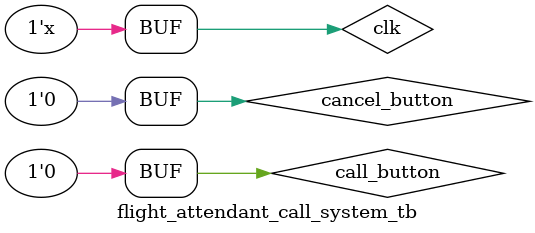
<source format=v>
`timescale 1ns / 1ps
module flight_attendant_call_system_tb;

reg clk;
reg call_button;
reg cancel_button;

wire light_state;

flight_attendant_call_system u1 (
//flight_attendant_call_system_dataflow u1 (
    .clk(clk),
    .call_button(call_button),
    .cancel_button(cancel_button),
    .light_state(light_state)
);

    initial
    begin
    
    clk = 0;
    call_button = 0;
    cancel_button = 0;

#10;
    call_button = 1;
    cancel_button = 0;

#10;

    call_button = 0;
    cancel_button = 1;

#10;
    call_button = 1;
    cancel_button = 1;
    
#10;
    call_button = 0;
    cancel_button = 0;
    
#10;
    call_button = 1;
    cancel_button = 0;
    
#10;
    cancel_button = 1;
    
#20
    cancel_button = 0;
    
#20;
    call_button = 0;
    cancel_button = 1;
    
#20;
    call_button = 0;
    cancel_button = 0;

end

always
#5 clk = ~clk;

endmodule

</source>
